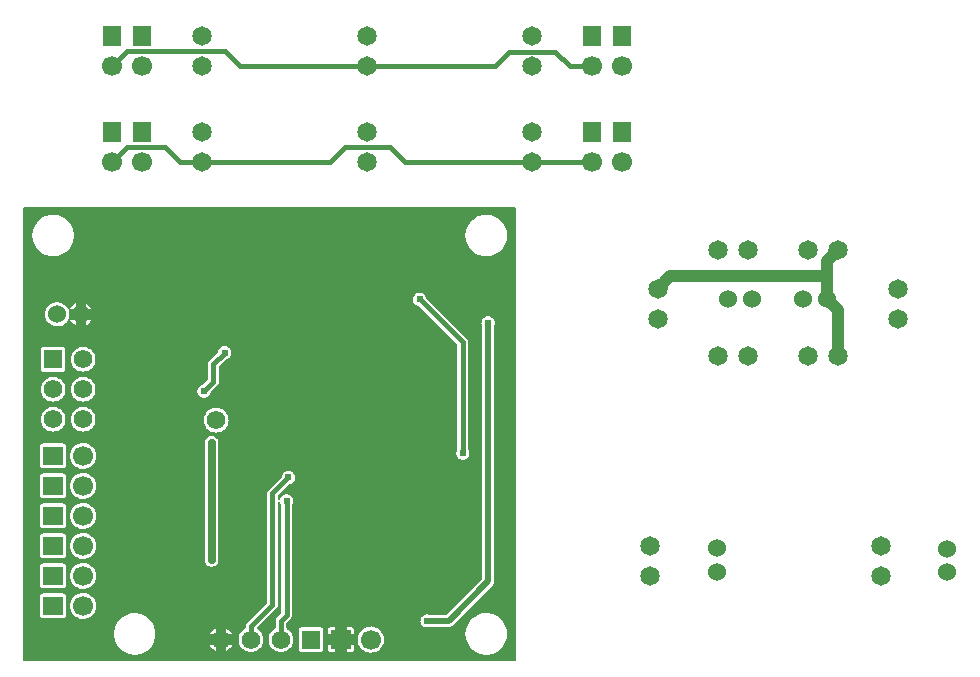
<source format=gbl>
G04 Layer: BottomLayer*
G04 EasyEDA v6.5.1, 2022-03-27 00:01:15*
G04 cc65af8350e74c879d8fba7fd4beee03,7d3f4a13764643a7838717c5c1d40531,10*
G04 Gerber Generator version 0.2*
G04 Scale: 100 percent, Rotated: No, Reflected: No *
G04 Dimensions in inches *
G04 leading zeros omitted , absolute positions ,3 integer and 6 decimal *
%FSLAX36Y36*%
%MOIN*%

%ADD11C,0.0150*%
%ADD12C,0.0300*%
%ADD13C,0.0200*%
%ADD14C,0.0250*%
%ADD15C,0.0400*%
%ADD18C,0.0240*%
%ADD31R,0.0620X0.0620*%
%ADD32C,0.0620*%
%ADD34C,0.0669*%
%ADD35C,0.0600*%
%ADD36C,0.0650*%

%LPD*%
G36*
X14200Y10200D02*
G01*
X12660Y10500D01*
X11379Y11379D01*
X10500Y12660D01*
X10200Y14200D01*
X10200Y1517880D01*
X10500Y1519400D01*
X11379Y1520700D01*
X12660Y1521579D01*
X14200Y1521879D01*
X1649120Y1521879D01*
X1650660Y1521579D01*
X1651960Y1520700D01*
X1652820Y1519400D01*
X1653120Y1517880D01*
X1653120Y14200D01*
X1652820Y12660D01*
X1651960Y11379D01*
X1650660Y10500D01*
X1649120Y10200D01*
G37*

%LPC*%
G36*
X383040Y30780D02*
G01*
X390140Y31320D01*
X397160Y32599D01*
X404000Y34600D01*
X410600Y37280D01*
X416900Y40640D01*
X422819Y44620D01*
X428280Y49180D01*
X433260Y54280D01*
X437700Y59880D01*
X441520Y65900D01*
X444700Y72260D01*
X447220Y78940D01*
X449040Y85840D01*
X450140Y92880D01*
X450500Y100000D01*
X450140Y107120D01*
X449040Y114160D01*
X447220Y121060D01*
X444700Y127739D01*
X441520Y134100D01*
X437700Y140120D01*
X433260Y145720D01*
X428280Y150820D01*
X422819Y155380D01*
X416900Y159360D01*
X410600Y162719D01*
X404000Y165400D01*
X397160Y167399D01*
X390140Y168680D01*
X383040Y169220D01*
X375900Y169040D01*
X368840Y168120D01*
X361900Y166500D01*
X355160Y164140D01*
X348700Y161119D01*
X342600Y157460D01*
X336880Y153180D01*
X331659Y148340D01*
X326940Y142980D01*
X322819Y137160D01*
X319300Y130960D01*
X316460Y124420D01*
X314280Y117640D01*
X312820Y110660D01*
X312100Y103560D01*
X312100Y96440D01*
X312820Y89340D01*
X314280Y82360D01*
X316460Y75580D01*
X319300Y69040D01*
X322819Y62840D01*
X326940Y57020D01*
X331659Y51660D01*
X336880Y46820D01*
X342600Y42539D01*
X348700Y38880D01*
X355160Y35860D01*
X361900Y33500D01*
X368840Y31880D01*
X375900Y30960D01*
G37*
G36*
X1554920Y30780D02*
G01*
X1562020Y31320D01*
X1569040Y32599D01*
X1575880Y34600D01*
X1582480Y37280D01*
X1588779Y40640D01*
X1594700Y44620D01*
X1600160Y49180D01*
X1605140Y54280D01*
X1609580Y59880D01*
X1613400Y65900D01*
X1616579Y72260D01*
X1619100Y78940D01*
X1620920Y85840D01*
X1622020Y92880D01*
X1622380Y100000D01*
X1622020Y107120D01*
X1620920Y114160D01*
X1619100Y121060D01*
X1616579Y127739D01*
X1613400Y134100D01*
X1609580Y140120D01*
X1605140Y145720D01*
X1600160Y150820D01*
X1594700Y155380D01*
X1588779Y159360D01*
X1582480Y162719D01*
X1575880Y165400D01*
X1569040Y167399D01*
X1562020Y168680D01*
X1554920Y169220D01*
X1547780Y169040D01*
X1540720Y168120D01*
X1533779Y166500D01*
X1527040Y164140D01*
X1520580Y161119D01*
X1514480Y157460D01*
X1508760Y153180D01*
X1503540Y148340D01*
X1498820Y142980D01*
X1494700Y137160D01*
X1491180Y130960D01*
X1488340Y124420D01*
X1486160Y117640D01*
X1484700Y110660D01*
X1483980Y103560D01*
X1483980Y96440D01*
X1484700Y89340D01*
X1486160Y82360D01*
X1488340Y75580D01*
X1491180Y69040D01*
X1494700Y62840D01*
X1498820Y57020D01*
X1503540Y51660D01*
X1508760Y46820D01*
X1514480Y42539D01*
X1520580Y38880D01*
X1527040Y35860D01*
X1533779Y33500D01*
X1540720Y31880D01*
X1547780Y30960D01*
G37*
G36*
X1170140Y37620D02*
G01*
X1175720Y38160D01*
X1181180Y39400D01*
X1186420Y41340D01*
X1191380Y43920D01*
X1195960Y47120D01*
X1200120Y50880D01*
X1203740Y55140D01*
X1206780Y59820D01*
X1209220Y64860D01*
X1210980Y70180D01*
X1212040Y75660D01*
X1212400Y81240D01*
X1212040Y86840D01*
X1210980Y92320D01*
X1209220Y97640D01*
X1206780Y102680D01*
X1203740Y107360D01*
X1200120Y111620D01*
X1195960Y115380D01*
X1191380Y118580D01*
X1186420Y121160D01*
X1181180Y123100D01*
X1175720Y124340D01*
X1170140Y124880D01*
X1164560Y124700D01*
X1159040Y123820D01*
X1153680Y122220D01*
X1148560Y119960D01*
X1143780Y117060D01*
X1139400Y113560D01*
X1135500Y109540D01*
X1132160Y105060D01*
X1129420Y100200D01*
X1127320Y95000D01*
X1125900Y89600D01*
X1125180Y84040D01*
X1125180Y78460D01*
X1125900Y72900D01*
X1127320Y67500D01*
X1129420Y62300D01*
X1132160Y57440D01*
X1135500Y52960D01*
X1139400Y48940D01*
X1143780Y45439D01*
X1148560Y42539D01*
X1153680Y40279D01*
X1159040Y38680D01*
X1164560Y37800D01*
G37*
G36*
X1087980Y40039D02*
G01*
X1101980Y40039D01*
X1104480Y40340D01*
X1106620Y41080D01*
X1108560Y42300D01*
X1110160Y43900D01*
X1111380Y45839D01*
X1112140Y47980D01*
X1112420Y50480D01*
X1112420Y63240D01*
X1087980Y63240D01*
G37*
G36*
X1035520Y40039D02*
G01*
X1049520Y40039D01*
X1049520Y63240D01*
X1025080Y63240D01*
X1025080Y50480D01*
X1025360Y47980D01*
X1026120Y45839D01*
X1027340Y43900D01*
X1028940Y42300D01*
X1030879Y41080D01*
X1033020Y40340D01*
G37*
G36*
X937980Y40039D02*
G01*
X999520Y40039D01*
X1002020Y40340D01*
X1004160Y41080D01*
X1006100Y42300D01*
X1007700Y43900D01*
X1008920Y45839D01*
X1009659Y47980D01*
X1009960Y50480D01*
X1009960Y112020D01*
X1009659Y114520D01*
X1008920Y116660D01*
X1007700Y118600D01*
X1006100Y120200D01*
X1004160Y121420D01*
X1002020Y122160D01*
X999520Y122440D01*
X937980Y122440D01*
X935480Y122160D01*
X933340Y121420D01*
X931400Y120200D01*
X929800Y118600D01*
X928580Y116660D01*
X927840Y114520D01*
X927560Y112020D01*
X927560Y50480D01*
X927840Y47980D01*
X928580Y45839D01*
X929800Y43900D01*
X931400Y42300D01*
X933340Y41080D01*
X935480Y40340D01*
G37*
G36*
X768760Y40060D02*
G01*
X774120Y40420D01*
X779419Y41460D01*
X784520Y43200D01*
X789340Y45580D01*
X793820Y48580D01*
X797880Y52120D01*
X801420Y56180D01*
X804419Y60660D01*
X806800Y65480D01*
X808540Y70580D01*
X809580Y75880D01*
X809940Y81240D01*
X809580Y86620D01*
X808540Y91920D01*
X806800Y97020D01*
X804419Y101840D01*
X801420Y106320D01*
X797880Y110380D01*
X793820Y113920D01*
X791180Y115700D01*
X789980Y116960D01*
X789419Y118620D01*
X789640Y120360D01*
X790580Y121840D01*
X853580Y184880D01*
X855639Y187600D01*
X857080Y190520D01*
X857980Y193640D01*
X858300Y197079D01*
X858300Y536960D01*
X858640Y538540D01*
X859580Y539880D01*
X860980Y540720D01*
X862600Y540940D01*
X864180Y540480D01*
X865420Y539440D01*
X866160Y537980D01*
X866660Y536160D01*
X868280Y532660D01*
X869080Y531540D01*
X869620Y530440D01*
X869800Y529240D01*
X869800Y171480D01*
X869500Y169960D01*
X868620Y168660D01*
X855759Y155780D01*
X853720Y153060D01*
X852260Y150140D01*
X851360Y147000D01*
X851040Y143560D01*
X851040Y120840D01*
X850780Y119380D01*
X850000Y118140D01*
X848820Y117260D01*
X848160Y116920D01*
X843680Y113920D01*
X839620Y110380D01*
X836080Y106320D01*
X833080Y101840D01*
X830699Y97020D01*
X828960Y91920D01*
X827920Y86620D01*
X827560Y81240D01*
X827920Y75880D01*
X828960Y70580D01*
X830699Y65480D01*
X833080Y60660D01*
X836080Y56180D01*
X839620Y52120D01*
X843680Y48580D01*
X848160Y45580D01*
X852980Y43200D01*
X858080Y41460D01*
X863379Y40420D01*
X868760Y40060D01*
X874120Y40420D01*
X879419Y41460D01*
X884520Y43200D01*
X889340Y45580D01*
X893820Y48580D01*
X897880Y52120D01*
X901420Y56180D01*
X904419Y60660D01*
X906800Y65480D01*
X908540Y70580D01*
X909580Y75880D01*
X909940Y81240D01*
X909580Y86620D01*
X908540Y91920D01*
X906800Y97020D01*
X904419Y101840D01*
X901420Y106320D01*
X897880Y110380D01*
X893820Y113920D01*
X889340Y116920D01*
X888680Y117260D01*
X887500Y118140D01*
X886720Y119380D01*
X886460Y120840D01*
X886460Y134760D01*
X886760Y136300D01*
X887620Y137580D01*
X900480Y150480D01*
X902540Y153200D01*
X903980Y156120D01*
X904880Y159260D01*
X905200Y162680D01*
X905200Y529240D01*
X905380Y530440D01*
X905920Y531540D01*
X906720Y532660D01*
X908340Y536160D01*
X909340Y539900D01*
X909680Y543740D01*
X909340Y547600D01*
X908340Y551340D01*
X906720Y554840D01*
X904500Y558020D01*
X901760Y560740D01*
X898600Y562960D01*
X895080Y564600D01*
X891360Y565600D01*
X887500Y565940D01*
X883640Y565600D01*
X879920Y564600D01*
X876400Y562960D01*
X873240Y560740D01*
X870500Y558020D01*
X868280Y554840D01*
X866660Y551340D01*
X866160Y549520D01*
X865420Y548060D01*
X864180Y547020D01*
X862600Y546560D01*
X860980Y546780D01*
X859580Y547620D01*
X858640Y548960D01*
X858300Y550540D01*
X858300Y559720D01*
X858600Y561240D01*
X859479Y562540D01*
X895960Y599040D01*
X896800Y599660D01*
X897760Y600060D01*
X901340Y601020D01*
X904840Y602660D01*
X908020Y604880D01*
X910740Y607620D01*
X912960Y610780D01*
X914599Y614280D01*
X915600Y618020D01*
X915939Y621880D01*
X915600Y625720D01*
X914599Y629460D01*
X912960Y632960D01*
X910740Y636140D01*
X908020Y638860D01*
X904840Y641080D01*
X901340Y642720D01*
X897600Y643720D01*
X893760Y644060D01*
X889900Y643720D01*
X886160Y642720D01*
X882660Y641080D01*
X879479Y638860D01*
X876760Y636140D01*
X874539Y632960D01*
X872900Y629460D01*
X871919Y625820D01*
X871520Y624860D01*
X870900Y624020D01*
X827620Y580720D01*
X825560Y578000D01*
X824120Y575080D01*
X823220Y571960D01*
X822900Y568520D01*
X822900Y205880D01*
X822600Y204360D01*
X821720Y203060D01*
X755759Y137080D01*
X753720Y134360D01*
X752260Y131440D01*
X751360Y128260D01*
X751080Y125820D01*
X751060Y120820D01*
X750780Y119380D01*
X750000Y118140D01*
X748820Y117260D01*
X748160Y116920D01*
X743680Y113920D01*
X739620Y110380D01*
X736080Y106320D01*
X733080Y101840D01*
X730699Y97020D01*
X728960Y91920D01*
X727920Y86620D01*
X727560Y81240D01*
X727920Y75880D01*
X728960Y70580D01*
X730699Y65480D01*
X733080Y60660D01*
X736080Y56180D01*
X739620Y52120D01*
X743680Y48580D01*
X748160Y45580D01*
X752980Y43200D01*
X758080Y41460D01*
X763379Y40420D01*
G37*
G36*
X650759Y44300D02*
G01*
X650759Y63240D01*
X631800Y63240D01*
X633080Y60660D01*
X636080Y56180D01*
X639620Y52120D01*
X643680Y48580D01*
X648160Y45580D01*
G37*
G36*
X686760Y44300D02*
G01*
X689340Y45580D01*
X693820Y48580D01*
X697880Y52120D01*
X701420Y56180D01*
X704419Y60660D01*
X705699Y63240D01*
X686760Y63240D01*
G37*
G36*
X686760Y99240D02*
G01*
X705699Y99240D01*
X704419Y101840D01*
X701420Y106320D01*
X697880Y110380D01*
X693820Y113920D01*
X689340Y116920D01*
X686760Y118200D01*
G37*
G36*
X631800Y99240D02*
G01*
X650759Y99240D01*
X650759Y118200D01*
X648160Y116920D01*
X643680Y113920D01*
X639620Y110380D01*
X636080Y106320D01*
X633080Y101840D01*
G37*
G36*
X1087980Y99240D02*
G01*
X1112420Y99240D01*
X1112420Y112020D01*
X1112140Y114520D01*
X1111380Y116660D01*
X1110160Y118600D01*
X1108560Y120200D01*
X1106620Y121420D01*
X1104480Y122160D01*
X1101980Y122440D01*
X1087980Y122440D01*
G37*
G36*
X1025080Y99240D02*
G01*
X1049520Y99240D01*
X1049520Y122440D01*
X1035520Y122440D01*
X1033020Y122160D01*
X1030879Y121420D01*
X1028940Y120200D01*
X1027340Y118600D01*
X1026120Y116660D01*
X1025360Y114520D01*
X1025080Y112020D01*
G37*
G36*
X1356260Y121560D02*
G01*
X1360100Y121900D01*
X1363839Y122899D01*
X1364420Y123180D01*
X1366120Y123539D01*
X1428040Y123539D01*
X1429880Y123640D01*
X1431639Y123859D01*
X1433360Y124240D01*
X1435040Y124780D01*
X1436660Y125440D01*
X1438220Y126260D01*
X1439700Y127200D01*
X1441100Y128280D01*
X1442480Y129520D01*
X1573600Y260660D01*
X1574860Y262020D01*
X1575920Y263420D01*
X1576879Y264900D01*
X1577680Y266460D01*
X1578360Y268100D01*
X1578880Y269780D01*
X1579259Y271500D01*
X1579500Y273240D01*
X1579580Y275100D01*
X1579580Y1127640D01*
X1579960Y1129340D01*
X1580220Y1129920D01*
X1581220Y1133640D01*
X1581560Y1137500D01*
X1581220Y1141360D01*
X1580220Y1145080D01*
X1578580Y1148600D01*
X1576360Y1151760D01*
X1573640Y1154500D01*
X1570460Y1156720D01*
X1566960Y1158340D01*
X1563220Y1159340D01*
X1559379Y1159680D01*
X1555520Y1159340D01*
X1551780Y1158340D01*
X1548280Y1156720D01*
X1545120Y1154500D01*
X1542380Y1151760D01*
X1540160Y1148600D01*
X1538520Y1145080D01*
X1537520Y1141360D01*
X1537200Y1137500D01*
X1537520Y1133640D01*
X1538520Y1129920D01*
X1538800Y1129320D01*
X1539180Y1127620D01*
X1539180Y285020D01*
X1538880Y283500D01*
X1538000Y282200D01*
X1420920Y165120D01*
X1419640Y164259D01*
X1418100Y163939D01*
X1366120Y163939D01*
X1364420Y164320D01*
X1363839Y164600D01*
X1360100Y165600D01*
X1356260Y165940D01*
X1352400Y165600D01*
X1348660Y164600D01*
X1345160Y162960D01*
X1341980Y160740D01*
X1339259Y158020D01*
X1337040Y154840D01*
X1335400Y151340D01*
X1334400Y147600D01*
X1334060Y143740D01*
X1334400Y139900D01*
X1335400Y136160D01*
X1337040Y132660D01*
X1339259Y129480D01*
X1341980Y126760D01*
X1345160Y124540D01*
X1348660Y122899D01*
X1352400Y121900D01*
G37*
G36*
X210780Y150120D02*
G01*
X216340Y150660D01*
X221800Y151900D01*
X227040Y153840D01*
X232000Y156420D01*
X236600Y159620D01*
X240740Y163380D01*
X244360Y167640D01*
X247420Y172320D01*
X249840Y177360D01*
X251600Y182680D01*
X252680Y188160D01*
X253039Y193740D01*
X252680Y199340D01*
X251600Y204820D01*
X249840Y210140D01*
X247420Y215180D01*
X244360Y219860D01*
X240740Y224120D01*
X236600Y227880D01*
X232000Y231080D01*
X227040Y233660D01*
X221800Y235600D01*
X216340Y236840D01*
X210780Y237380D01*
X205180Y237200D01*
X199660Y236320D01*
X194300Y234720D01*
X189180Y232460D01*
X184400Y229560D01*
X180020Y226060D01*
X176140Y222040D01*
X172780Y217560D01*
X170040Y212700D01*
X167940Y207500D01*
X166520Y202100D01*
X165799Y196540D01*
X165799Y190960D01*
X166520Y185400D01*
X167940Y180000D01*
X170040Y174800D01*
X172780Y169940D01*
X176140Y165460D01*
X180020Y161439D01*
X184400Y157940D01*
X189180Y155040D01*
X194300Y152780D01*
X199660Y151180D01*
X205180Y150300D01*
G37*
G36*
X76140Y152540D02*
G01*
X142620Y152540D01*
X145100Y152840D01*
X147260Y153580D01*
X149180Y154800D01*
X150800Y156400D01*
X152000Y158340D01*
X152760Y160479D01*
X153040Y162979D01*
X153040Y224520D01*
X152760Y227020D01*
X152000Y229160D01*
X150800Y231100D01*
X149180Y232700D01*
X147260Y233920D01*
X145100Y234660D01*
X142620Y234940D01*
X76140Y234940D01*
X73640Y234660D01*
X71500Y233920D01*
X69560Y232700D01*
X67960Y231100D01*
X66740Y229160D01*
X66000Y227020D01*
X65720Y224520D01*
X65720Y162979D01*
X66000Y160479D01*
X66740Y158340D01*
X67960Y156400D01*
X69560Y154800D01*
X71500Y153580D01*
X73640Y152840D01*
G37*
G36*
X210780Y250120D02*
G01*
X216340Y250660D01*
X221800Y251900D01*
X227040Y253840D01*
X232000Y256420D01*
X236600Y259620D01*
X240740Y263380D01*
X244360Y267640D01*
X247420Y272320D01*
X249840Y277360D01*
X251600Y282680D01*
X252680Y288160D01*
X253039Y293740D01*
X252680Y299340D01*
X251600Y304820D01*
X249840Y310140D01*
X247420Y315180D01*
X244360Y319860D01*
X240740Y324120D01*
X236600Y327879D01*
X232000Y331079D01*
X227040Y333660D01*
X221800Y335600D01*
X216340Y336840D01*
X210780Y337380D01*
X205180Y337200D01*
X199660Y336320D01*
X194300Y334720D01*
X189180Y332460D01*
X184400Y329560D01*
X180020Y326060D01*
X176140Y322040D01*
X172780Y317560D01*
X170040Y312700D01*
X167940Y307500D01*
X166520Y302100D01*
X165799Y296540D01*
X165799Y290960D01*
X166520Y285400D01*
X167940Y280000D01*
X170040Y274800D01*
X172780Y269940D01*
X176140Y265460D01*
X180020Y261439D01*
X184400Y257940D01*
X189180Y255040D01*
X194300Y252780D01*
X199660Y251180D01*
X205180Y250300D01*
G37*
G36*
X76140Y252540D02*
G01*
X142620Y252540D01*
X145100Y252840D01*
X147260Y253580D01*
X149180Y254800D01*
X150800Y256400D01*
X152000Y258340D01*
X152760Y260479D01*
X153040Y262980D01*
X153040Y324520D01*
X152760Y327020D01*
X152000Y329159D01*
X150800Y331100D01*
X149180Y332700D01*
X147260Y333920D01*
X145100Y334660D01*
X142620Y334940D01*
X76140Y334940D01*
X73640Y334660D01*
X71500Y333920D01*
X69560Y332700D01*
X67960Y331100D01*
X66740Y329159D01*
X66000Y327020D01*
X65720Y324520D01*
X65720Y262980D01*
X66000Y260479D01*
X66740Y258340D01*
X67960Y256400D01*
X69560Y254800D01*
X71500Y253580D01*
X73640Y252840D01*
G37*
G36*
X635620Y324260D02*
G01*
X639380Y324260D01*
X643060Y324880D01*
X646620Y326100D01*
X649900Y327879D01*
X652860Y330180D01*
X655400Y332939D01*
X657460Y336079D01*
X658960Y339500D01*
X659880Y343140D01*
X660200Y347040D01*
X660200Y737320D01*
X659880Y741220D01*
X658960Y744860D01*
X657460Y748300D01*
X655400Y751420D01*
X652860Y754180D01*
X649900Y756480D01*
X646620Y758280D01*
X643060Y759479D01*
X639380Y760100D01*
X635620Y760100D01*
X631940Y759479D01*
X628380Y758280D01*
X625100Y756480D01*
X622140Y754180D01*
X619600Y751420D01*
X617540Y748300D01*
X616040Y744860D01*
X615120Y741220D01*
X614800Y737320D01*
X614800Y347040D01*
X615120Y343140D01*
X616040Y339500D01*
X617540Y336079D01*
X619600Y332939D01*
X622140Y330180D01*
X625100Y327879D01*
X628380Y326100D01*
X631940Y324880D01*
G37*
G36*
X210780Y350120D02*
G01*
X216340Y350660D01*
X221800Y351900D01*
X227040Y353840D01*
X232000Y356420D01*
X236600Y359620D01*
X240740Y363380D01*
X244360Y367640D01*
X247420Y372320D01*
X249840Y377360D01*
X251600Y382680D01*
X252680Y388160D01*
X253039Y393740D01*
X252680Y399340D01*
X251600Y404820D01*
X249840Y410140D01*
X247420Y415180D01*
X244360Y419860D01*
X240740Y424120D01*
X236600Y427879D01*
X232000Y431079D01*
X227040Y433660D01*
X221800Y435600D01*
X216340Y436840D01*
X210780Y437380D01*
X205180Y437200D01*
X199660Y436320D01*
X194300Y434720D01*
X189180Y432460D01*
X184400Y429560D01*
X180020Y426060D01*
X176140Y422040D01*
X172780Y417560D01*
X170040Y412700D01*
X167940Y407500D01*
X166520Y402100D01*
X165799Y396540D01*
X165799Y390959D01*
X166520Y385400D01*
X167940Y380000D01*
X170040Y374799D01*
X172780Y369940D01*
X176140Y365460D01*
X180020Y361440D01*
X184400Y357939D01*
X189180Y355040D01*
X194300Y352780D01*
X199660Y351180D01*
X205180Y350300D01*
G37*
G36*
X76140Y352540D02*
G01*
X142620Y352540D01*
X145100Y352840D01*
X147260Y353579D01*
X149180Y354799D01*
X150800Y356400D01*
X152000Y358340D01*
X152760Y360480D01*
X153040Y362980D01*
X153040Y424520D01*
X152760Y427020D01*
X152000Y429159D01*
X150800Y431100D01*
X149180Y432700D01*
X147260Y433920D01*
X145100Y434660D01*
X142620Y434940D01*
X76140Y434940D01*
X73640Y434660D01*
X71500Y433920D01*
X69560Y432700D01*
X67960Y431100D01*
X66740Y429159D01*
X66000Y427020D01*
X65720Y424520D01*
X65720Y362980D01*
X66000Y360480D01*
X66740Y358340D01*
X67960Y356400D01*
X69560Y354799D01*
X71500Y353579D01*
X73640Y352840D01*
G37*
G36*
X210780Y450120D02*
G01*
X216340Y450660D01*
X221800Y451900D01*
X227040Y453840D01*
X232000Y456420D01*
X236600Y459620D01*
X240740Y463380D01*
X244360Y467640D01*
X247420Y472320D01*
X249840Y477360D01*
X251600Y482680D01*
X252680Y488160D01*
X253039Y493740D01*
X252680Y499340D01*
X251600Y504820D01*
X249840Y510140D01*
X247420Y515180D01*
X244360Y519860D01*
X240740Y524120D01*
X236600Y527880D01*
X232000Y531080D01*
X227040Y533660D01*
X221800Y535600D01*
X216340Y536840D01*
X210780Y537380D01*
X205180Y537200D01*
X199660Y536320D01*
X194300Y534720D01*
X189180Y532460D01*
X184400Y529560D01*
X180020Y526060D01*
X176140Y522040D01*
X172780Y517560D01*
X170040Y512700D01*
X167940Y507500D01*
X166520Y502100D01*
X165799Y496540D01*
X165799Y490959D01*
X166520Y485400D01*
X167940Y480000D01*
X170040Y474799D01*
X172780Y469940D01*
X176140Y465460D01*
X180020Y461440D01*
X184400Y457939D01*
X189180Y455040D01*
X194300Y452780D01*
X199660Y451180D01*
X205180Y450300D01*
G37*
G36*
X76140Y452540D02*
G01*
X142620Y452540D01*
X145100Y452840D01*
X147260Y453579D01*
X149180Y454799D01*
X150800Y456400D01*
X152000Y458340D01*
X152760Y460480D01*
X153040Y462980D01*
X153040Y524520D01*
X152760Y527020D01*
X152000Y529160D01*
X150800Y531100D01*
X149180Y532700D01*
X147260Y533920D01*
X145100Y534660D01*
X142620Y534940D01*
X76140Y534940D01*
X73640Y534660D01*
X71500Y533920D01*
X69560Y532700D01*
X67960Y531100D01*
X66740Y529160D01*
X66000Y527020D01*
X65720Y524520D01*
X65720Y462980D01*
X66000Y460480D01*
X66740Y458340D01*
X67960Y456400D01*
X69560Y454799D01*
X71500Y453579D01*
X73640Y452840D01*
G37*
G36*
X210780Y550120D02*
G01*
X216340Y550660D01*
X221800Y551900D01*
X227040Y553840D01*
X232000Y556420D01*
X236600Y559620D01*
X240740Y563380D01*
X244360Y567640D01*
X247420Y572320D01*
X249840Y577360D01*
X251600Y582680D01*
X252680Y588160D01*
X253039Y593740D01*
X252680Y599340D01*
X251600Y604820D01*
X249840Y610140D01*
X247420Y615180D01*
X244360Y619860D01*
X240740Y624120D01*
X236600Y627880D01*
X232000Y631080D01*
X227040Y633660D01*
X221800Y635600D01*
X216340Y636840D01*
X210780Y637380D01*
X205180Y637200D01*
X199660Y636320D01*
X194300Y634720D01*
X189180Y632460D01*
X184400Y629560D01*
X180020Y626060D01*
X176140Y622040D01*
X172780Y617560D01*
X170040Y612700D01*
X167940Y607500D01*
X166520Y602100D01*
X165799Y596540D01*
X165799Y590960D01*
X166520Y585400D01*
X167940Y580000D01*
X170040Y574800D01*
X172780Y569940D01*
X176140Y565460D01*
X180020Y561440D01*
X184400Y557940D01*
X189180Y555040D01*
X194300Y552780D01*
X199660Y551180D01*
X205180Y550300D01*
G37*
G36*
X76140Y552540D02*
G01*
X142620Y552540D01*
X145100Y552840D01*
X147260Y553580D01*
X149180Y554800D01*
X150800Y556400D01*
X152000Y558340D01*
X152760Y560480D01*
X153040Y562980D01*
X153040Y624520D01*
X152760Y627020D01*
X152000Y629160D01*
X150800Y631100D01*
X149180Y632700D01*
X147260Y633920D01*
X145100Y634660D01*
X142620Y634940D01*
X76140Y634940D01*
X73640Y634660D01*
X71500Y633920D01*
X69560Y632700D01*
X67960Y631100D01*
X66740Y629160D01*
X66000Y627020D01*
X65720Y624520D01*
X65720Y562980D01*
X66000Y560480D01*
X66740Y558340D01*
X67960Y556400D01*
X69560Y554800D01*
X71500Y553580D01*
X73640Y552840D01*
G37*
G36*
X210780Y650120D02*
G01*
X216340Y650660D01*
X221800Y651900D01*
X227040Y653840D01*
X232000Y656420D01*
X236600Y659620D01*
X240740Y663379D01*
X244360Y667640D01*
X247420Y672320D01*
X249840Y677360D01*
X251600Y682680D01*
X252680Y688160D01*
X253039Y693740D01*
X252680Y699340D01*
X251600Y704820D01*
X249840Y710140D01*
X247420Y715180D01*
X244360Y719860D01*
X240740Y724120D01*
X236600Y727880D01*
X232000Y731080D01*
X227040Y733660D01*
X221800Y735600D01*
X216340Y736840D01*
X210780Y737380D01*
X205180Y737200D01*
X199660Y736320D01*
X194300Y734720D01*
X189180Y732460D01*
X184400Y729560D01*
X180020Y726060D01*
X176140Y722039D01*
X172780Y717560D01*
X170040Y712700D01*
X167940Y707500D01*
X166520Y702099D01*
X165799Y696540D01*
X165799Y690960D01*
X166520Y685400D01*
X167940Y680000D01*
X170040Y674800D01*
X172780Y669940D01*
X176140Y665460D01*
X180020Y661440D01*
X184400Y657940D01*
X189180Y655040D01*
X194300Y652780D01*
X199660Y651180D01*
X205180Y650300D01*
G37*
G36*
X76140Y652540D02*
G01*
X142620Y652540D01*
X145100Y652840D01*
X147260Y653580D01*
X149180Y654800D01*
X150800Y656400D01*
X152000Y658340D01*
X152760Y660480D01*
X153040Y662980D01*
X153040Y724520D01*
X152760Y727020D01*
X152000Y729160D01*
X150800Y731100D01*
X149180Y732700D01*
X147260Y733920D01*
X145100Y734659D01*
X142620Y734940D01*
X76140Y734940D01*
X73640Y734659D01*
X71500Y733920D01*
X69560Y732700D01*
X67960Y731100D01*
X66740Y729160D01*
X66000Y727020D01*
X65720Y724520D01*
X65720Y662980D01*
X66000Y660480D01*
X66740Y658340D01*
X67960Y656400D01*
X69560Y654800D01*
X71500Y653580D01*
X73640Y652840D01*
G37*
G36*
X1475000Y680580D02*
G01*
X1478860Y680920D01*
X1482580Y681919D01*
X1486100Y683540D01*
X1489259Y685759D01*
X1492000Y688500D01*
X1494220Y691660D01*
X1495840Y695180D01*
X1496840Y698900D01*
X1497180Y702760D01*
X1496840Y706620D01*
X1495840Y710340D01*
X1494220Y713860D01*
X1493420Y714980D01*
X1492880Y716080D01*
X1492700Y717280D01*
X1492680Y1072540D01*
X1492220Y1075920D01*
X1491180Y1079020D01*
X1489580Y1081860D01*
X1487380Y1084520D01*
X1354100Y1217800D01*
X1353460Y1218620D01*
X1353060Y1219600D01*
X1352100Y1223220D01*
X1350460Y1226720D01*
X1348240Y1229880D01*
X1345520Y1232620D01*
X1342340Y1234840D01*
X1338839Y1236480D01*
X1335100Y1237480D01*
X1331260Y1237800D01*
X1327400Y1237480D01*
X1323660Y1236480D01*
X1320160Y1234840D01*
X1316980Y1232620D01*
X1314259Y1229880D01*
X1312040Y1226720D01*
X1310400Y1223220D01*
X1309400Y1219480D01*
X1309060Y1215620D01*
X1309400Y1211780D01*
X1310400Y1208040D01*
X1312040Y1204540D01*
X1314259Y1201360D01*
X1316980Y1198640D01*
X1320160Y1196420D01*
X1323660Y1194780D01*
X1327260Y1193820D01*
X1328240Y1193420D01*
X1329060Y1192780D01*
X1456120Y1065700D01*
X1457000Y1064420D01*
X1457300Y1062880D01*
X1457300Y717280D01*
X1457120Y716080D01*
X1456579Y714980D01*
X1455780Y713860D01*
X1454160Y710340D01*
X1453160Y706620D01*
X1452820Y702760D01*
X1453160Y698900D01*
X1454160Y695180D01*
X1455780Y691660D01*
X1458000Y688500D01*
X1460740Y685759D01*
X1463899Y683540D01*
X1467420Y681919D01*
X1471140Y680920D01*
G37*
G36*
X653120Y771300D02*
G01*
X658500Y771660D01*
X663780Y772720D01*
X668880Y774440D01*
X673720Y776820D01*
X678199Y779820D01*
X682260Y783379D01*
X685800Y787420D01*
X688800Y791900D01*
X691180Y796740D01*
X692920Y801840D01*
X693960Y807120D01*
X694320Y812500D01*
X693960Y817880D01*
X692920Y823160D01*
X691180Y828259D01*
X688800Y833100D01*
X685800Y837580D01*
X682260Y841620D01*
X678199Y845180D01*
X673720Y848180D01*
X668880Y850560D01*
X663780Y852280D01*
X658500Y853340D01*
X653120Y853700D01*
X647740Y853340D01*
X642460Y852280D01*
X637360Y850560D01*
X632520Y848180D01*
X628040Y845180D01*
X624000Y841620D01*
X620440Y837580D01*
X617460Y833100D01*
X615060Y828259D01*
X613340Y823160D01*
X612280Y817880D01*
X611940Y812500D01*
X612280Y807120D01*
X613340Y801840D01*
X615060Y796740D01*
X617460Y791900D01*
X620440Y787420D01*
X624000Y783379D01*
X628040Y779820D01*
X632520Y776820D01*
X637360Y774440D01*
X642460Y772720D01*
X647740Y771660D01*
G37*
G36*
X209380Y774440D02*
G01*
X214760Y774780D01*
X220040Y775840D01*
X225140Y777560D01*
X229980Y779960D01*
X234460Y782940D01*
X238500Y786500D01*
X242060Y790540D01*
X245040Y795020D01*
X247440Y799860D01*
X249160Y804960D01*
X250219Y810240D01*
X250560Y815620D01*
X250219Y821000D01*
X249160Y826280D01*
X247440Y831380D01*
X245040Y836220D01*
X242060Y840699D01*
X238500Y844760D01*
X234460Y848300D01*
X229980Y851300D01*
X225140Y853680D01*
X220040Y855420D01*
X214760Y856460D01*
X209380Y856820D01*
X204000Y856460D01*
X198720Y855420D01*
X193619Y853680D01*
X188780Y851300D01*
X184300Y848300D01*
X180240Y844760D01*
X176700Y840699D01*
X173700Y836220D01*
X171320Y831380D01*
X169579Y826280D01*
X168540Y821000D01*
X168180Y815620D01*
X168540Y810240D01*
X169579Y804960D01*
X171320Y799860D01*
X173700Y795020D01*
X176700Y790540D01*
X180240Y786500D01*
X184300Y782940D01*
X188780Y779960D01*
X193619Y777560D01*
X198720Y775840D01*
X204000Y774780D01*
G37*
G36*
X109380Y774440D02*
G01*
X114760Y774780D01*
X120040Y775840D01*
X125140Y777560D01*
X129980Y779960D01*
X134460Y782940D01*
X138500Y786500D01*
X142060Y790540D01*
X145040Y795020D01*
X147440Y799860D01*
X149160Y804960D01*
X150220Y810240D01*
X150560Y815620D01*
X150220Y821000D01*
X149160Y826280D01*
X147440Y831380D01*
X145040Y836220D01*
X142060Y840699D01*
X138500Y844760D01*
X134460Y848300D01*
X129980Y851300D01*
X125140Y853680D01*
X120040Y855420D01*
X114760Y856460D01*
X109380Y856820D01*
X104000Y856460D01*
X98720Y855420D01*
X93620Y853680D01*
X88780Y851300D01*
X84300Y848300D01*
X80239Y844760D01*
X76700Y840699D01*
X73700Y836220D01*
X71320Y831380D01*
X69580Y826280D01*
X68540Y821000D01*
X68180Y815620D01*
X68540Y810240D01*
X69580Y804960D01*
X71320Y799860D01*
X73700Y795020D01*
X76700Y790540D01*
X80239Y786500D01*
X84300Y782940D01*
X88780Y779960D01*
X93620Y777560D01*
X98720Y775840D01*
X104000Y774780D01*
G37*
G36*
X209380Y874440D02*
G01*
X214760Y874780D01*
X220040Y875840D01*
X225140Y877560D01*
X229980Y879960D01*
X234460Y882940D01*
X238500Y886500D01*
X242060Y890540D01*
X245040Y895020D01*
X247440Y899860D01*
X249160Y904960D01*
X250219Y910240D01*
X250560Y915620D01*
X250219Y921000D01*
X249160Y926280D01*
X247440Y931380D01*
X245040Y936220D01*
X242060Y940699D01*
X238500Y944760D01*
X234460Y948300D01*
X229980Y951300D01*
X225140Y953680D01*
X220040Y955420D01*
X214760Y956460D01*
X209380Y956820D01*
X204000Y956460D01*
X198720Y955420D01*
X193619Y953680D01*
X188780Y951300D01*
X184300Y948300D01*
X180240Y944760D01*
X176700Y940699D01*
X173700Y936220D01*
X171320Y931380D01*
X169579Y926280D01*
X168540Y921000D01*
X168180Y915620D01*
X168540Y910240D01*
X169579Y904960D01*
X171320Y899860D01*
X173700Y895020D01*
X176700Y890540D01*
X180240Y886500D01*
X184300Y882940D01*
X188780Y879960D01*
X193619Y877560D01*
X198720Y875840D01*
X204000Y874780D01*
G37*
G36*
X109380Y874440D02*
G01*
X114760Y874780D01*
X120040Y875840D01*
X125140Y877560D01*
X129980Y879960D01*
X134460Y882940D01*
X138500Y886500D01*
X142060Y890540D01*
X145040Y895020D01*
X147440Y899860D01*
X149160Y904960D01*
X150220Y910240D01*
X150560Y915620D01*
X150220Y921000D01*
X149160Y926280D01*
X147440Y931380D01*
X145040Y936220D01*
X142060Y940699D01*
X138500Y944760D01*
X134460Y948300D01*
X129980Y951300D01*
X125140Y953680D01*
X120040Y955420D01*
X114760Y956460D01*
X109380Y956820D01*
X104000Y956460D01*
X98720Y955420D01*
X93620Y953680D01*
X88780Y951300D01*
X84300Y948300D01*
X80239Y944760D01*
X76700Y940699D01*
X73700Y936220D01*
X71320Y931380D01*
X69580Y926280D01*
X68540Y921000D01*
X68180Y915620D01*
X68540Y910240D01*
X69580Y904960D01*
X71320Y899860D01*
X73700Y895020D01*
X76700Y890540D01*
X80239Y886500D01*
X84300Y882940D01*
X88780Y879960D01*
X93620Y877560D01*
X98720Y875840D01*
X104000Y874780D01*
G37*
G36*
X612500Y887180D02*
G01*
X616360Y887520D01*
X620080Y888520D01*
X623600Y890160D01*
X626760Y892380D01*
X629500Y895100D01*
X631720Y898280D01*
X633340Y901780D01*
X634320Y905380D01*
X634720Y906360D01*
X635340Y907180D01*
X656740Y928600D01*
X658780Y931300D01*
X660240Y934220D01*
X661140Y937360D01*
X661460Y940800D01*
X661460Y991000D01*
X661760Y992540D01*
X662620Y993840D01*
X683439Y1014659D01*
X684260Y1015280D01*
X685240Y1015680D01*
X688840Y1016660D01*
X692340Y1018280D01*
X695520Y1020500D01*
X698240Y1023240D01*
X700460Y1026400D01*
X702099Y1029920D01*
X703100Y1033640D01*
X703439Y1037500D01*
X703100Y1041360D01*
X702099Y1045080D01*
X700460Y1048600D01*
X698240Y1051760D01*
X695520Y1054500D01*
X692340Y1056720D01*
X688840Y1058340D01*
X685100Y1059340D01*
X681260Y1059680D01*
X677400Y1059340D01*
X673660Y1058340D01*
X670160Y1056720D01*
X666979Y1054500D01*
X664260Y1051760D01*
X662039Y1048600D01*
X660400Y1045080D01*
X659440Y1041460D01*
X659040Y1040500D01*
X658400Y1039680D01*
X630760Y1012020D01*
X628720Y1009300D01*
X627260Y1006380D01*
X626360Y1003240D01*
X626060Y999820D01*
X626060Y949599D01*
X625740Y948080D01*
X624880Y946780D01*
X610320Y932220D01*
X609500Y931580D01*
X608540Y931180D01*
X604920Y930220D01*
X601400Y928580D01*
X598240Y926360D01*
X595500Y923640D01*
X593280Y920460D01*
X591660Y916960D01*
X590660Y913220D01*
X590320Y909360D01*
X590660Y905520D01*
X591660Y901780D01*
X593280Y898280D01*
X595500Y895100D01*
X598240Y892380D01*
X601400Y890160D01*
X604920Y888520D01*
X608640Y887520D01*
G37*
G36*
X78600Y974419D02*
G01*
X140160Y974419D01*
X142640Y974700D01*
X144780Y975460D01*
X146720Y976680D01*
X148320Y978280D01*
X149540Y980220D01*
X150300Y982360D01*
X150580Y984840D01*
X150580Y1046400D01*
X150300Y1048880D01*
X149540Y1051040D01*
X148320Y1052960D01*
X146720Y1054580D01*
X144780Y1055800D01*
X142640Y1056540D01*
X140160Y1056820D01*
X78600Y1056820D01*
X76120Y1056540D01*
X73960Y1055800D01*
X72040Y1054580D01*
X70420Y1052960D01*
X69200Y1051040D01*
X68460Y1048880D01*
X68180Y1046400D01*
X68180Y984840D01*
X68460Y982360D01*
X69200Y980220D01*
X70420Y978280D01*
X72040Y976680D01*
X73960Y975460D01*
X76120Y974700D01*
G37*
G36*
X209380Y974440D02*
G01*
X214760Y974780D01*
X220040Y975840D01*
X225140Y977560D01*
X229980Y979960D01*
X234460Y982940D01*
X238500Y986500D01*
X242060Y990540D01*
X245040Y995020D01*
X247440Y999860D01*
X249160Y1004960D01*
X250219Y1010240D01*
X250560Y1015620D01*
X250219Y1021000D01*
X249160Y1026280D01*
X247440Y1031380D01*
X245040Y1036220D01*
X242060Y1040699D01*
X238500Y1044760D01*
X234460Y1048300D01*
X229980Y1051300D01*
X225140Y1053680D01*
X220040Y1055420D01*
X214760Y1056460D01*
X209380Y1056820D01*
X204000Y1056460D01*
X198720Y1055420D01*
X193619Y1053680D01*
X188780Y1051300D01*
X184300Y1048300D01*
X180240Y1044760D01*
X176700Y1040699D01*
X173700Y1036220D01*
X171320Y1031380D01*
X169579Y1026280D01*
X168540Y1021000D01*
X168180Y1015620D01*
X168540Y1010240D01*
X169579Y1004960D01*
X171320Y999860D01*
X173700Y995020D01*
X176700Y990540D01*
X180240Y986500D01*
X184300Y982940D01*
X188780Y979960D01*
X193619Y977560D01*
X198720Y975840D01*
X204000Y974780D01*
G37*
G36*
X121780Y1125440D02*
G01*
X127140Y1125620D01*
X132440Y1126500D01*
X137580Y1128100D01*
X142440Y1130360D01*
X146960Y1133240D01*
X151060Y1136720D01*
X154660Y1140700D01*
X157700Y1145120D01*
X158860Y1147400D01*
X159920Y1148720D01*
X161439Y1149460D01*
X162160Y1149500D01*
X161480Y1150440D01*
X161119Y1151920D01*
X161340Y1153420D01*
X161880Y1154980D01*
X162960Y1160240D01*
X163320Y1165600D01*
X162960Y1170960D01*
X161880Y1176220D01*
X161340Y1177800D01*
X161119Y1179300D01*
X161480Y1180760D01*
X162160Y1181720D01*
X161439Y1181740D01*
X159920Y1182500D01*
X158860Y1183820D01*
X157700Y1186080D01*
X154660Y1190520D01*
X151060Y1194500D01*
X146960Y1197960D01*
X142440Y1200860D01*
X137580Y1203120D01*
X132440Y1204700D01*
X127140Y1205600D01*
X121780Y1205780D01*
X116440Y1205240D01*
X111220Y1204000D01*
X106199Y1202060D01*
X101500Y1199480D01*
X97180Y1196300D01*
X93320Y1192560D01*
X89980Y1188360D01*
X87260Y1183740D01*
X85160Y1178780D01*
X83740Y1173620D01*
X83020Y1168280D01*
X83020Y1162920D01*
X83740Y1157600D01*
X85160Y1152420D01*
X87260Y1147480D01*
X89980Y1142860D01*
X93320Y1138640D01*
X97180Y1134920D01*
X101500Y1131720D01*
X106199Y1129140D01*
X111220Y1127220D01*
X116440Y1125980D01*
G37*
G36*
X184320Y1129460D02*
G01*
X184320Y1148100D01*
X165420Y1148100D01*
X165859Y1147620D01*
X168680Y1142860D01*
X172020Y1138640D01*
X175880Y1134920D01*
X180200Y1131720D01*
G37*
G36*
X219320Y1129520D02*
G01*
X221140Y1130360D01*
X225660Y1133240D01*
X229760Y1136720D01*
X233359Y1140700D01*
X236400Y1145120D01*
X237920Y1148100D01*
X219320Y1148100D01*
G37*
G36*
X219320Y1183100D02*
G01*
X237920Y1183100D01*
X236400Y1186080D01*
X233359Y1190520D01*
X229760Y1194500D01*
X225660Y1197960D01*
X221140Y1200860D01*
X219320Y1201700D01*
G37*
G36*
X165420Y1183100D02*
G01*
X184320Y1183100D01*
X184320Y1201740D01*
X180200Y1199480D01*
X175880Y1196300D01*
X172020Y1192560D01*
X168680Y1188360D01*
X165859Y1183580D01*
G37*
G36*
X111160Y1358899D02*
G01*
X118280Y1359440D01*
X125280Y1360720D01*
X132140Y1362720D01*
X138740Y1365400D01*
X145020Y1368760D01*
X150940Y1372740D01*
X156420Y1377300D01*
X161400Y1382400D01*
X165820Y1388000D01*
X169640Y1394019D01*
X172840Y1400380D01*
X175340Y1407060D01*
X177160Y1413959D01*
X178260Y1421000D01*
X178619Y1428120D01*
X178260Y1435240D01*
X177160Y1442280D01*
X175340Y1449180D01*
X172840Y1455860D01*
X169640Y1462220D01*
X165820Y1468240D01*
X161400Y1473839D01*
X156420Y1478940D01*
X150940Y1483500D01*
X145020Y1487480D01*
X138740Y1490840D01*
X132140Y1493520D01*
X125280Y1495520D01*
X118280Y1496800D01*
X111160Y1497340D01*
X104040Y1497160D01*
X96960Y1496240D01*
X90020Y1494620D01*
X83300Y1492260D01*
X76840Y1489240D01*
X70720Y1485580D01*
X65020Y1481300D01*
X59780Y1476459D01*
X55080Y1471100D01*
X50940Y1465280D01*
X47440Y1459079D01*
X44580Y1452540D01*
X42420Y1445760D01*
X40960Y1438779D01*
X40220Y1431680D01*
X40220Y1424560D01*
X40960Y1417460D01*
X42420Y1410480D01*
X44580Y1403700D01*
X47440Y1397160D01*
X50940Y1390960D01*
X55080Y1385140D01*
X59780Y1379780D01*
X65020Y1374940D01*
X70720Y1370660D01*
X76840Y1367000D01*
X83300Y1363980D01*
X90020Y1361620D01*
X96960Y1360000D01*
X104040Y1359079D01*
G37*
G36*
X1554920Y1358899D02*
G01*
X1562020Y1359440D01*
X1569040Y1360720D01*
X1575880Y1362720D01*
X1582480Y1365400D01*
X1588779Y1368760D01*
X1594700Y1372740D01*
X1600160Y1377300D01*
X1605140Y1382400D01*
X1609580Y1388000D01*
X1613400Y1394019D01*
X1616579Y1400380D01*
X1619100Y1407060D01*
X1620920Y1413959D01*
X1622020Y1421000D01*
X1622380Y1428120D01*
X1622020Y1435240D01*
X1620920Y1442280D01*
X1619100Y1449180D01*
X1616579Y1455860D01*
X1613400Y1462220D01*
X1609580Y1468240D01*
X1605140Y1473839D01*
X1600160Y1478940D01*
X1594700Y1483500D01*
X1588779Y1487480D01*
X1582480Y1490840D01*
X1575880Y1493520D01*
X1569040Y1495520D01*
X1562020Y1496800D01*
X1554920Y1497340D01*
X1547780Y1497160D01*
X1540720Y1496240D01*
X1533779Y1494620D01*
X1527040Y1492260D01*
X1520580Y1489240D01*
X1514480Y1485580D01*
X1508760Y1481300D01*
X1503540Y1476459D01*
X1498820Y1471100D01*
X1494700Y1465280D01*
X1491180Y1459079D01*
X1488340Y1452540D01*
X1486160Y1445760D01*
X1484700Y1438779D01*
X1483980Y1431680D01*
X1483980Y1424560D01*
X1484700Y1417460D01*
X1486160Y1410480D01*
X1488340Y1403700D01*
X1491180Y1397160D01*
X1494700Y1390960D01*
X1498820Y1385140D01*
X1503540Y1379780D01*
X1508760Y1374940D01*
X1514480Y1370660D01*
X1520580Y1367000D01*
X1527040Y1363980D01*
X1533779Y1361620D01*
X1540720Y1360000D01*
X1547780Y1359079D01*
G37*

%LPD*%
D13*
X1356250Y143750D02*
G01*
X1428125Y143750D01*
X1559380Y275005D01*
X1559380Y1137500D01*
D11*
X893798Y621898D02*
G01*
X840600Y568701D01*
X840600Y196898D01*
X768750Y125048D01*
X768750Y81250D01*
X868750Y81250D02*
G01*
X868750Y143750D01*
X887500Y162500D01*
X887500Y543750D01*
D15*
X2725000Y1378130D02*
G01*
X2689350Y1342480D01*
X2689350Y1216875D01*
X2725000Y1025000D02*
G01*
X2725000Y1181226D01*
X2689350Y1216875D01*
X2125000Y1251250D02*
G01*
X2166679Y1292925D01*
X2689350Y1292925D01*
D11*
X612505Y909369D02*
G01*
X643750Y940614D01*
X643750Y999994D01*
X681255Y1037500D01*
D14*
X637500Y737494D02*
G01*
X637500Y659375D01*
X637500Y424994D02*
G01*
X637500Y346875D01*
X637500Y503125D02*
G01*
X637500Y424994D01*
X637500Y581244D02*
G01*
X637500Y503125D01*
X637500Y659375D02*
G01*
X637500Y581244D01*
D11*
X1331250Y1215619D02*
G01*
X1475000Y1071869D01*
X1475000Y702759D01*
X1706244Y1673764D02*
G01*
X1906244Y1673764D01*
X306244Y1673764D02*
G01*
X356244Y1723764D01*
X481244Y1723764D01*
X531244Y1673764D01*
X606244Y1673764D01*
X606244Y1673764D02*
G01*
X1031244Y1673764D01*
X1081244Y1723764D01*
X1231244Y1723764D01*
X1281244Y1673764D01*
X1706244Y1673764D01*
X1156244Y1992489D02*
G01*
X1581244Y1992489D01*
X1629345Y2040590D01*
X1783145Y2040590D01*
X1831244Y1992489D01*
X1906244Y1992489D01*
X306244Y1992489D02*
G01*
X355884Y2042129D01*
X681606Y2042129D01*
X731244Y1992489D01*
X1156244Y1992489D01*
D31*
G01*
X968750Y81250D03*
D32*
G01*
X868750Y81250D03*
G01*
X768750Y81250D03*
G01*
X668750Y81250D03*
G36*
X1035285Y112249D02*
G01*
X1102214Y112249D01*
X1102214Y50250D01*
X1035285Y50250D01*
G37*
D34*
G01*
X1168750Y81250D03*
D32*
G01*
X209380Y815619D03*
G01*
X109380Y815619D03*
G01*
X209380Y915619D03*
G01*
X109380Y915619D03*
G01*
X209380Y1015619D03*
D31*
G01*
X109380Y1015619D03*
G36*
X75911Y224749D02*
G01*
X142840Y224749D01*
X142840Y162750D01*
X75911Y162750D01*
G37*
D34*
G01*
X209380Y193739D03*
G36*
X75911Y324749D02*
G01*
X142840Y324749D01*
X142840Y262750D01*
X75911Y262750D01*
G37*
G01*
X209380Y293739D03*
D35*
G01*
X123130Y1165590D03*
G01*
X201829Y1165590D03*
D36*
G01*
X1156250Y1773750D03*
G01*
X1156250Y1673750D03*
G01*
X1156250Y2092500D03*
G01*
X1156250Y1992500D03*
G01*
X1706250Y2092500D03*
G01*
X1706250Y1992500D03*
G01*
X606250Y2092500D03*
G01*
X606250Y1992500D03*
G01*
X1706250Y1773750D03*
G01*
X1706250Y1673750D03*
G01*
X606250Y1773750D03*
G01*
X606250Y1673750D03*
G36*
X75911Y724749D02*
G01*
X142840Y724749D01*
X142840Y662750D01*
X75911Y662750D01*
G37*
D34*
G01*
X209380Y693739D03*
D36*
G01*
X2100000Y393750D03*
G01*
X2100000Y293750D03*
G01*
X2868750Y393750D03*
G01*
X2868750Y293750D03*
G36*
X75911Y424749D02*
G01*
X142840Y424749D01*
X142840Y362750D01*
X75911Y362750D01*
G37*
D34*
G01*
X209380Y393739D03*
G36*
X75911Y524749D02*
G01*
X142840Y524749D01*
X142840Y462750D01*
X75911Y462750D01*
G37*
G01*
X209380Y493739D03*
G36*
X75911Y624749D02*
G01*
X142840Y624749D01*
X142840Y562750D01*
X75911Y562750D01*
G37*
G01*
X209380Y593739D03*
D36*
G01*
X2325000Y1378130D03*
G01*
X2425000Y1378130D03*
G01*
X2425000Y1025000D03*
G01*
X2325000Y1025000D03*
G01*
X2925000Y1151250D03*
G01*
X2925000Y1251250D03*
G01*
X2625000Y1025000D03*
G01*
X2725000Y1025000D03*
G01*
X2125000Y1151250D03*
G01*
X2125000Y1251250D03*
G01*
X2625000Y1378130D03*
G01*
X2725000Y1378130D03*
D35*
G01*
X2360649Y1216880D03*
G01*
X2439350Y1216880D03*
G01*
X2610649Y1216880D03*
G01*
X2689350Y1216880D03*
G01*
X3090630Y384349D03*
G01*
X3090630Y305650D03*
G01*
X2321880Y384969D03*
G01*
X2321880Y306269D03*
G36*
X1975245Y1807229D02*
G01*
X1975245Y1740300D01*
X2037245Y1740300D01*
X2037245Y1807229D01*
G37*
D34*
G01*
X2006250Y1673750D03*
G36*
X375244Y1807229D02*
G01*
X375244Y1740300D01*
X437244Y1740300D01*
X437244Y1807229D01*
G37*
G01*
X406250Y1673750D03*
G36*
X1875245Y1807229D02*
G01*
X1875245Y1740300D01*
X1937245Y1740300D01*
X1937245Y1807229D01*
G37*
G01*
X1906250Y1673750D03*
G36*
X275244Y1807229D02*
G01*
X275244Y1740300D01*
X337244Y1740300D01*
X337244Y1807229D01*
G37*
G01*
X306250Y1673750D03*
G36*
X1975245Y2125979D02*
G01*
X1975245Y2059050D01*
X2037245Y2059050D01*
X2037245Y2125979D01*
G37*
G01*
X2006250Y1992500D03*
G36*
X375244Y2125979D02*
G01*
X375244Y2059050D01*
X437244Y2059050D01*
X437244Y2125979D01*
G37*
G01*
X406250Y1992500D03*
G36*
X1875245Y2125979D02*
G01*
X1875245Y2059050D01*
X1937245Y2059050D01*
X1937245Y2125979D01*
G37*
G01*
X1906250Y1992500D03*
G36*
X275244Y2125979D02*
G01*
X275244Y2059050D01*
X337244Y2059050D01*
X337244Y2125979D01*
G37*
G01*
X306250Y1992500D03*
D32*
G01*
X653130Y812500D03*
D12*
G01*
X478130Y771869D03*
D18*
G01*
X400000Y906250D03*
D12*
G01*
X309380Y806250D03*
D18*
G01*
X496880Y1062500D03*
G01*
X612500Y909369D03*
G01*
X681250Y1037500D03*
G01*
X803130Y778119D03*
G01*
X812500Y1006250D03*
G01*
X390619Y1209380D03*
G01*
X390619Y1240630D03*
G01*
X637500Y659369D03*
G01*
X637500Y503119D03*
G01*
X637500Y346869D03*
G01*
X637500Y737500D03*
G01*
X637500Y581250D03*
G01*
X637500Y425000D03*
G01*
X1481250Y1268750D03*
G01*
X925000Y1137500D03*
G01*
X887500Y543750D03*
G01*
X893750Y621875D03*
G01*
X815630Y1231250D03*
G01*
X1331250Y1215625D03*
G01*
X1475000Y702759D03*
G01*
X618750Y1215619D03*
G01*
X531250Y1196869D03*
G01*
X1356250Y143750D03*
G01*
X1559375Y1137500D03*
G01*
X1428125Y1300000D03*
G01*
X1600005Y1312494D03*
G01*
X806250Y1134369D03*
G01*
X1428125Y1262500D03*
M02*

</source>
